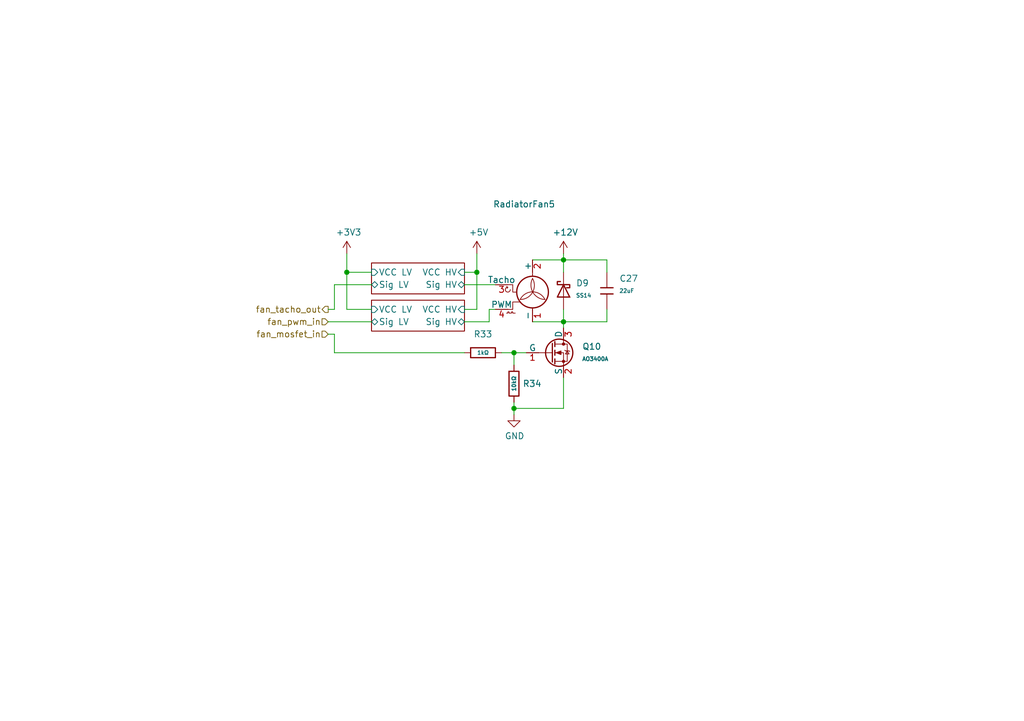
<source format=kicad_sch>
(kicad_sch (version 20250114) (generator "eeschema") (generator_version "9.0")
  (paper "A5")
  (title_block (company "Laserhannes / Johannes Rebling / r0oland"))
  (lib_symbols
    (symbol "PCM_JLCPCB-Capacitors:1206,22uF,(2)" (pin_numbers (hide yes)) (pin_names (offset 0))
      (property "Reference" "C" (at 2.032 1.668 0))
      (property "Value" "22uF" (at 2.032 -0.3782 0))
      (property "Voltage Rated" "25V" (at 2.032 -2.0462 0))
      (symbol "1206,22uF,(2)_0_1"
        (polyline (pts (xy -1.27 0.635) (xy 1.27 0.635)) (stroke (width 0.254)))
        (polyline (pts (xy -1.27 -0.635) (xy 1.27 -0.635)) (stroke (width 0.254)))
      )
      (symbol "1206,22uF,(2)_1_1"
        (pin passive line (at 0 3.81 270) (length 3.175) (name "~") (number "1"))
        (pin passive line (at 0 -3.81 90) (length 3.175) (name "~") (number "2"))
      )
    )
    (symbol "PCM_JLCPCB-Diodes:Schottky,SS14" (pin_numbers (hide yes)) (pin_names (offset 0))
      (property "Reference" "D" (at 2.032 0.834 0))
      (property "Value" "SS14" (at 2.032 -1.2122 0))
      (symbol "Schottky,SS14_0_1"
        (polyline (pts (xy -1.27 1.27) (xy 0 -1.27) (xy 1.27 1.27) (xy -1.27 1.27)) (stroke (width 0.254)))
        (polyline (pts (xy 0.635 -1.905) (xy 1.27 -1.905) (xy 1.27 -1.27) (xy -1.27 -1.27) (xy -1.27 -0.635) (xy -0.635 -0.635)) (stroke (width 0.254)))
      )
      (symbol "Schottky,SS14_1_1"
        (pin passive line (at 0 3.81 270) (length 3.81) (name "~") (number "2"))
        (pin passive line (at 0 -3.81 90) (length 3.81) (name "~") (number "1"))
      )
    )
    (symbol "PCM_JLCPCB-Resistors:0402,10kΩ" (pin_numbers (hide yes)) (pin_names (offset 0))
      (property "Reference" "R" (at 1.778 0 0))
      (property "Value" "10kΩ" (at 0 0 90))
      (symbol "0402,10kΩ_0_1"
        (rectangle (start -1.016 2.54) (end 1.016 -2.54) (stroke (width 0.254)))
      )
      (symbol "0402,10kΩ_1_1"
        (pin passive line (at 0 3.81 270) (length 1.27) (name "~") (number "1"))
        (pin passive line (at 0 -3.81 90) (length 1.27) (name "~") (number "2"))
      )
    )
    (symbol "PCM_JLCPCB-Resistors:0402,1kΩ" (pin_numbers (hide yes)) (pin_names (offset 0))
      (property "Reference" "R" (at 1.778 0 0))
      (property "Value" "1kΩ" (at 0 0 90))
      (symbol "0402,1kΩ_0_1"
        (rectangle (start -1.016 2.54) (end 1.016 -2.54) (stroke (width 0.254)))
      )
      (symbol "0402,1kΩ_1_1"
        (pin passive line (at 0 3.81 270) (length 1.27) (name "~") (number "1"))
        (pin passive line (at 0 -3.81 90) (length 1.27) (name "~") (number "2"))
      )
    )
    (symbol "PCM_JLCPCB-Transistors:NMOS,AO3400A" (pin_names (offset 0))
      (property "Reference" "Q" (at 4.8514 0.834 0))
      (property "Value" "AO3400A" (at 4.8514 -1.2122 0))
      (symbol "NMOS,AO3400A_0_1"
        (polyline (pts (xy 0.254 1.905) (xy 0.254 -1.905)) (stroke (width 0.254)))
        (polyline (pts (xy 0.254 0) (xy -2.54 0)))
        (polyline (pts (xy 0.762 2.286) (xy 0.762 1.27)) (stroke (width 0.254)))
        (polyline (pts (xy 0.762 0.508) (xy 0.762 -0.508)) (stroke (width 0.254)))
        (polyline (pts (xy 0.762 -1.27) (xy 0.762 -2.286)) (stroke (width 0.254)))
        (polyline (pts (xy 0.762 -1.778) (xy 3.302 -1.778) (xy 3.302 1.778) (xy 0.762 1.778)))
        (polyline (pts (xy 1.016 0) (xy 2.032 0.381) (xy 2.032 -0.381) (xy 1.016 0)) (fill (type outline)))
        (circle (center 1.651 0) (radius 2.794) (stroke (width 0.254)))
        (polyline (pts (xy 2.54 2.54) (xy 2.54 1.778)))
        (circle (center 2.54 1.778) (radius 0.254) (fill (type outline)))
        (circle (center 2.54 -1.778) (radius 0.254) (fill (type outline)))
        (polyline (pts (xy 2.54 -2.54) (xy 2.54 0) (xy 0.762 0)))
        (polyline (pts (xy 2.794 0.508) (xy 2.921 0.381) (xy 3.683 0.381) (xy 3.81 0.254)))
        (polyline (pts (xy 3.302 0.381) (xy 2.921 -0.254) (xy 3.683 -0.254) (xy 3.302 0.381)))
      )
      (symbol "NMOS,AO3400A_1_1"
        (pin input line (at -5.08 0 0) (length 2.54) (name "G") (number "1"))
        (pin passive line (at 2.54 5.08 270) (length 2.54) (name "D") (number "3"))
        (pin passive line (at 2.54 -5.08 90) (length 2.54) (name "S") (number "2"))
      )
    )
    (symbol "coroam_brains-rescue:+12V-power" (power) (pin_names (offset 0))
      (property "Value" "+12V-power" (at 0 3.556 0))
      (symbol "+12V-power_0_1"
        (polyline (pts (xy -0.762 1.27) (xy 0 2.54)))
        (polyline (pts (xy 0 2.54) (xy 0.762 1.27)))
        (polyline (pts (xy 0 0) (xy 0 2.54)))
      )
      (symbol "+12V-power_1_1"
        (pin power_in line (at 0 0 90) (length 0) (hide yes) (name "+12V") (number "1"))
      )
    )
    (symbol "coroam_brains-rescue:+3.3V-power" (power) (pin_names (offset 0))
      (property "Value" "+3.3V-power" (at 0 3.556 0))
      (symbol "+3.3V-power_0_1"
        (polyline (pts (xy -0.762 1.27) (xy 0 2.54)))
        (polyline (pts (xy 0 2.54) (xy 0.762 1.27)))
        (polyline (pts (xy 0 0) (xy 0 2.54)))
      )
      (symbol "+3.3V-power_1_1"
        (pin power_in line (at 0 0 90) (length 0) (hide yes) (name "+3V3") (number "1"))
      )
    )
    (symbol "coroam_brains-rescue:+5V-power" (power) (pin_names (offset 0))
      (property "Value" "+5V-power" (at 0 3.556 0))
      (symbol "+5V-power_0_1"
        (polyline (pts (xy -0.762 1.27) (xy 0 2.54)))
        (polyline (pts (xy 0 2.54) (xy 0.762 1.27)))
        (polyline (pts (xy 0 0) (xy 0 2.54)))
      )
      (symbol "+5V-power_1_1"
        (pin power_in line (at 0 0 90) (length 0) (hide yes) (name "+5V") (number "1"))
      )
    )
    (symbol "coroam_brains-rescue:Fan_4pin-Motor" (pin_names (offset 0))
      (property "Reference" "M" (at 2.54 5.08 0))
      (property "Value" "Fan_4pin-Motor" (at 2.54 -2.54 0))
      (symbol "Fan_4pin-Motor_0_0"
        (polyline (pts (xy -5.08 2.032) (xy -5.334 2.159)))
        (polyline (pts (xy -5.08 2.032) (xy -5.207 1.778)))
        (arc (start -5.588 1.524) (mid -5.4392 1.8832) (end -5.08 2.032))
        (arc (start -4.572 1.524) (mid -5.08 1.016) (end -5.588 1.524))
        (polyline (pts (xy -4.064 2.54) (xy -4.064 1.016) (xy -3.302 1.016)))
      )
      (symbol "Fan_4pin-Motor_0_1"
        (polyline (pts (xy -5.334 -3.302) (xy -5.08 -3.302) (xy -5.08 -3.048) (xy -4.826 -3.048) (xy -4.826 -3.302) (xy -4.318 -3.302) (xy -4.318 -3.048) (xy -4.064 -3.048) (xy -4.064 -3.302) (xy -3.556 -3.302)))
        (polyline (pts (xy -4.064 2.54) (xy -5.08 2.54)))
        (polyline (pts (xy -2.54 -1.016) (xy -4.064 -1.016) (xy -4.064 -2.54) (xy -5.08 -2.54)))
        (arc (start 0 3.81) (mid -0.0223 0.9269) (end -2.54 -0.508))
        (polyline (pts (xy 0 4.572) (xy 0 5.08)))
        (polyline (pts (xy 0 4.2672) (xy 0 4.6228)))
        (circle (center 0 1.016) (radius 3.2512) (stroke (width 0.254)))
        (arc (start -2.54 -0.508) (mid 0 1.0618) (end 2.54 -0.508))
        (polyline (pts (xy 0 -2.2352) (xy 0 -2.6416)))
        (polyline (pts (xy 0 -5.08) (xy 0 -4.572)))
        (arc (start 2.54 -0.508) (mid 0.0908 0.9431) (end 0 3.81))
      )
      (symbol "Fan_4pin-Motor_1_1"
        (pin passive line (at -7.62 2.54 0) (length 2.54) (name "Tacho") (number "3"))
        (pin input line (at -7.62 -2.54 0) (length 2.54) (name "PWM") (number "4"))
        (pin passive line (at 0 7.62 270) (length 2.54) (name "+") (number "2"))
        (pin passive line (at 0 -5.08 90) (length 2.54) (name "-") (number "1"))
      )
    )
    (symbol "coroam_brains-rescue:GND-power" (power) (pin_names (offset 0))
      (property "Value" "GND-power" (at 0 -3.81 0))
      (symbol "GND-power_0_1"
        (polyline (pts (xy 0 0) (xy 0 -1.27) (xy 1.27 -1.27) (xy 0 -2.54) (xy -1.27 -1.27) (xy 0 -1.27)))
      )
      (symbol "GND-power_1_1"
        (pin power_in line (at 0 0 270) (length 0) (hide yes) (name "GND") (number "1"))
      )
    )
  )
  (junction (at 115.57 53.34))
  (junction (at 105.41 72.39))
  (junction (at 97.79 55.88))
  (junction (at 71.12 55.88))
  (junction (at 105.41 83.82))
  (junction (at 115.57 66.04))
  (wire (pts (xy 115.57 53.34) (xy 124.46 53.34)))
  (wire (pts (xy 124.46 53.34) (xy 124.46 55.88)))
  (wire (pts (xy 67.31 68.58) (xy 68.58 68.58)))
  (wire (pts (xy 105.41 82.55) (xy 105.41 83.82)))
  (wire (pts (xy 109.22 53.34) (xy 115.57 53.34)))
  (wire (pts (xy 124.46 63.5) (xy 124.46 66.04)))
  (wire (pts (xy 71.12 63.5) (xy 71.12 55.88)))
  (wire (pts (xy 100.33 66.04) (xy 95.25 66.04)))
  (wire (pts (xy 97.79 55.88) (xy 97.79 63.5)))
  (wire (pts (xy 102.87 72.39) (xy 105.41 72.39)))
  (wire (pts (xy 97.79 52.07) (xy 97.79 55.88)))
  (wire (pts (xy 76.2 63.5) (xy 71.12 63.5)))
  (wire (pts (xy 97.79 63.5) (xy 95.25 63.5)))
  (wire (pts (xy 100.33 63.5) (xy 100.33 66.04)))
  (wire (pts (xy 115.57 52.07) (xy 115.57 53.34)))
  (wire (pts (xy 105.41 72.39) (xy 105.41 74.93)))
  (wire (pts (xy 105.41 83.82) (xy 105.41 85.09)))
  (wire (pts (xy 95.25 58.42) (xy 101.6 58.42)))
  (wire (pts (xy 115.57 83.82) (xy 105.41 83.82)))
  (wire (pts (xy 107.95 72.39) (xy 105.41 72.39)))
  (wire (pts (xy 124.46 66.04) (xy 115.57 66.04)))
  (wire (pts (xy 115.57 66.04) (xy 115.57 67.31)))
  (wire (pts (xy 115.57 77.47) (xy 115.57 83.82)))
  (wire (pts (xy 68.58 72.39) (xy 95.25 72.39)))
  (wire (pts (xy 68.58 68.58) (xy 68.58 72.39)))
  (wire (pts (xy 67.31 66.04) (xy 76.2 66.04)))
  (wire (pts (xy 68.58 63.5) (xy 68.58 58.42)))
  (wire (pts (xy 109.22 66.04) (xy 115.57 66.04)))
  (wire (pts (xy 71.12 52.07) (xy 71.12 55.88)))
  (wire (pts (xy 97.79 55.88) (xy 95.25 55.88)))
  (wire (pts (xy 67.31 63.5) (xy 68.58 63.5)))
  (wire (pts (xy 71.12 55.88) (xy 76.2 55.88)))
  (wire (pts (xy 115.57 66.04) (xy 115.57 63.5)))
  (wire (pts (xy 101.6 63.5) (xy 100.33 63.5)))
  (wire (pts (xy 68.58 58.42) (xy 76.2 58.42)))
  (wire (pts (xy 115.57 53.34) (xy 115.57 55.88)))
  (hierarchical_label "fan_mosfet_in" (shape input) (at 67.31 68.58 180))
  (hierarchical_label "fan_tacho_out" (shape output) (at 67.31 63.5 180))
  (hierarchical_label "fan_pwm_in" (shape input) (at 67.31 66.04 180))
  (symbol (lib_id "PCM_JLCPCB-Capacitors:1206,22uF,(2)") (at 124.46 59.69 0) (unit 1)
    (property "Reference" "C24" (at 127 57.1499 0) (effects (justify left)))
    (property "Value" "22uF" (at 127 59.69 0) (effects (font (size 0.8 0.8)) (justify left)))
    (property "Footprint" "PCM_JLCPCB:C_1206" (effects (hide yes)))
    (property "Datasheet" "https://www.lcsc.com/datasheet/lcsc_datasheet_2304140030_Samsung-Electro-Mechanics-CL31A226KAHNNNE_C12891.pdf" (effects (hide yes)))
    (property "Description" "25V 22uF X5R ±10% 1206 Multilayer Ceramic Capacitors MLCC - SMD/SMT ROHS" (effects (hide yes)))
    (property "LCSC" "C12891" (effects (hide yes)))
    (property "Stock" "2183567" (effects (hide yes)))
    (property "Price" "0.046USD" (effects (hide yes)))
    (property "Process" "SMT" (effects (hide yes)))
    (property "Minimum Qty" "5" (effects (hide yes)))
    (property "Attrition Qty" "4" (effects (hide yes)))
    (property "Class" "Basic Component" (effects (hide yes)))
    (property "Category" "Capacitors,Multilayer Ceramic Capacitors MLCC - SMD/SMT" (effects (hide yes)))
    (property "Manufacturer" "Samsung Electro-Mechanics" (effects (hide yes)))
    (property "Part" "CL31A226KAHNNNE" (effects (hide yes)))
    (property "Voltage Rated" "25V" (effects (hide yes)))
    (property "Tolerance" "±10%" (effects (hide yes)))
    (property "Capacitance" "22uF" (effects (hide yes)))
    (property "Temperature Coefficient" "X5R" (effects (hide yes)))
    (instances (project "" (path "" (reference "C27") (unit 1)) (path "" (reference "C26") (unit 1)) (path "" (reference "C25") (unit 1)) (path "" (reference "C24") (unit 1))))
  )
  (symbol (lib_id "coroam_brains-rescue:+5V-power") (at 97.79 52.07 0) (unit 1)
    (property "Reference" "#PWR017" (effects (hide yes)))
    (property "Value" "+5V" (at 98.171 47.6758 0))
    (instances (project "onlyfins" (path "" (reference "#PWR039") (unit 1)) (path "" (reference "#PWR035") (unit 1)) (path "" (reference "#PWR022") (unit 1)) (path "" (reference "#PWR017") (unit 1))))
  )
  (symbol (lib_id "PCM_JLCPCB-Resistors:0402,10kΩ") (at 105.41 78.74 0) (unit 1)
    (property "Reference" "R17" (at 107.188 78.74 0) (effects (justify left)))
    (property "Value" "10kΩ" (at 105.41 78.74 90) (effects (font (size 0.8 0.8))))
    (property "Footprint" "PCM_JLCPCB:R_0402" (effects (hide yes)))
    (property "Datasheet" "https://www.lcsc.com/datasheet/lcsc_datasheet_2411221126_UNI-ROYAL-Uniroyal-Elec-0402WGF1002TCE_C25744.pdf" (effects (hide yes)))
    (property "Description" "62.5mW Thick Film Resistors 50V ±100ppm/°C ±1% 10kΩ 0402 Chip Resistor - Surface Mount ROHS" (effects (hide yes)))
    (property "LCSC" "C25744" (effects (hide yes)))
    (property "Stock" "24372091" (effects (hide yes)))
    (property "Price" "0.004USD" (effects (hide yes)))
    (property "Process" "SMT" (effects (hide yes)))
    (property "Minimum Qty" "20" (effects (hide yes)))
    (property "Attrition Qty" "10" (effects (hide yes)))
    (property "Class" "Basic Component" (effects (hide yes)))
    (property "Category" "Resistors,Chip Resistor - Surface Mount" (effects (hide yes)))
    (property "Manufacturer" "UNI-ROYAL(Uniroyal Elec)" (effects (hide yes)))
    (property "Part" "0402WGF1002TCE" (effects (hide yes)))
    (property "Resistance" "10kΩ" (effects (hide yes)))
    (property "Power(Watts)" "62.5mW" (effects (hide yes)))
    (property "Type" "Thick Film Resistors" (effects (hide yes)))
    (property "Overload Voltage (Max)" "50V" (effects (hide yes)))
    (property "Operating Temperature Range" "-55°C~+155°C" (effects (hide yes)))
    (property "Tolerance" "±1%" (effects (hide yes)))
    (property "Temperature Coefficient" "±100ppm/°C" (effects (hide yes)))
    (instances (project "onlyfins" (path "" (reference "R34") (unit 1)) (path "" (reference "R28") (unit 1)) (path "" (reference "R22") (unit 1)) (path "" (reference "R17") (unit 1))))
  )
  (symbol (lib_id "PCM_JLCPCB-Resistors:0402,1kΩ") (at 99.06 72.39 90) (unit 1)
    (property "Reference" "R18" (at 99.06 68.58 90))
    (property "Value" "1kΩ" (at 99.06 72.39 90) (effects (font (size 0.8 0.8))))
    (property "Footprint" "PCM_JLCPCB:R_0402" (effects (hide yes)))
    (property "Datasheet" "https://www.lcsc.com/datasheet/lcsc_datasheet_2206010216_UNI-ROYAL-Uniroyal-Elec-0402WGF1001TCE_C11702.pdf" (effects (hide yes)))
    (property "Description" "62.5mW Thick Film Resistors 50V ±100ppm/°C ±1% 1kΩ 0402 Chip Resistor - Surface Mount ROHS" (effects (hide yes)))
    (property "LCSC" "C11702" (effects (hide yes)))
    (property "Stock" "13226393" (effects (hide yes)))
    (property "Price" "0.004USD" (effects (hide yes)))
    (property "Process" "SMT" (effects (hide yes)))
    (property "Minimum Qty" "20" (effects (hide yes)))
    (property "Attrition Qty" "10" (effects (hide yes)))
    (property "Class" "Basic Component" (effects (hide yes)))
    (property "Category" "Resistors,Chip Resistor - Surface Mount" (effects (hide yes)))
    (property "Manufacturer" "UNI-ROYAL(Uniroyal Elec)" (effects (hide yes)))
    (property "Part" "0402WGF1001TCE" (effects (hide yes)))
    (property "Resistance" "1kΩ" (effects (hide yes)))
    (property "Power(Watts)" "62.5mW" (effects (hide yes)))
    (property "Type" "Thick Film Resistors" (effects (hide yes)))
    (property "Overload Voltage (Max)" "50V" (effects (hide yes)))
    (property "Operating Temperature Range" "-55°C~+155°C" (effects (hide yes)))
    (property "Tolerance" "±1%" (effects (hide yes)))
    (property "Temperature Coefficient" "±100ppm/°C" (effects (hide yes)))
    (instances (project "onlyfins" (path "" (reference "R33") (unit 1)) (path "" (reference "R27") (unit 1)) (path "" (reference "R21") (unit 1)) (path "" (reference "R18") (unit 1))))
  )
  (symbol (lib_id "coroam_brains-rescue:+12V-power") (at 115.57 52.07 0) (unit 1)
    (property "Reference" "#PWR019" (effects (hide yes)))
    (property "Value" "+12V" (at 115.951 47.6758 0))
    (instances (project "onlyfins" (path "" (reference "#PWR041") (unit 1)) (path "" (reference "#PWR037") (unit 1)) (path "" (reference "#PWR030") (unit 1)) (path "" (reference "#PWR019") (unit 1))))
  )
  (symbol (lib_id "coroam_brains-rescue:Fan_4pin-Motor") (at 109.22 60.96 0) (unit 1)
    (property "Reference" "RadiatorFan2" (at 101.092 41.91 0) (effects (justify left)))
    (property "Value" "Fan_4pin" (effects (hide yes)))
    (property "Footprint" "Connector:FanPinHeader_1x04_P2.54mm_Vertical" (effects (hide yes)))
    (property "Datasheet" "http://www.formfactors.org/developer%5Cspecs%5Crev1_2_public.pdf" (effects (hide yes)))
    (instances (project "onlyfins" (path "" (reference "RadiatorFan5") (unit 1)) (path "" (reference "RadiatorFan4") (unit 1)) (path "" (reference "RadiatorFan3") (unit 1)) (path "" (reference "RadiatorFan2") (unit 1))))
  )
  (symbol (lib_id "coroam_brains-rescue:GND-power") (at 105.41 85.09 0) (unit 1)
    (property "Reference" "#PWR020" (effects (hide yes)))
    (property "Value" "GND" (at 105.537 89.4842 0))
    (instances (project "onlyfins" (path "" (reference "#PWR040") (unit 1)) (path "" (reference "#PWR036") (unit 1)) (path "" (reference "#PWR029") (unit 1)) (path "" (reference "#PWR020") (unit 1))))
  )
  (symbol (lib_id "PCM_JLCPCB-Transistors:NMOS,AO3400A") (at 113.03 72.39 0) (unit 1)
    (property "Reference" "Q2" (at 119.38 71.1199 0) (effects (justify left)))
    (property "Value" "AO3400A" (at 119.38 73.66 0) (effects (font (size 0.8 0.8)) (justify left)))
    (property "Footprint" "PCM_JLCPCB:Q_SOT-23" (effects (hide yes)))
    (property "Datasheet" "https://www.lcsc.com/datasheet/lcsc_datasheet_1811081213_Alpha---Omega-Semicon-AO3400A_C20917.pdf" (effects (hide yes)))
    (property "Description" "30V 5.7A 26.5mΩ@10V,5.7A 1.4W 1.5V@250uA 1 N-Channel SOT-23-3L MOSFETs ROHS" (effects (hide yes)))
    (property "LCSC" "C20917" (effects (hide yes)))
    (property "Stock" "463122" (effects (hide yes)))
    (property "Price" "0.074USD" (effects (hide yes)))
    (property "Process" "SMT" (effects (hide yes)))
    (property "Minimum Qty" "5" (effects (hide yes)))
    (property "Attrition Qty" "4" (effects (hide yes)))
    (property "Class" "Basic Component" (effects (hide yes)))
    (property "Category" "Transistors,MOSFETs" (effects (hide yes)))
    (property "Manufacturer" "Alpha & Omega Semicon" (effects (hide yes)))
    (property "Part" "AO3400A" (effects (hide yes)))
    (property "Continuous Drain Current (Id)" "5.7A" (effects (hide yes)))
    (property "Input Capacitance (Ciss@Vds)" "630pF@15V" (effects (hide yes)))
    (property "Operating Temperature" "-55°C~+150°C@(Tj)" (effects (hide yes)))
    (property "Type" "1 N-channel" (effects (hide yes)))
    (property "Drain Source Voltage (Vdss)" "30V" (effects (hide yes)))
    (property "Power Dissipation (Pd)" "1.4W" (effects (hide yes)))
    (property "Gate Threshold Voltage (Vgs(th)@Id)" "1.5V@250uA" (effects (hide yes)))
    (property "Drain Source On Resistance (RDS(on)@Vgs,Id)" "26.5mΩ@10V,5.7A" (effects (hide yes)))
    (property "Total Gate Charge (Qg@Vgs)" "7nC@4.5V" (effects (hide yes)))
    (instances (project "onlyfins" (path "" (reference "Q10") (unit 1)) (path "" (reference "Q7") (unit 1)) (path "" (reference "Q4") (unit 1)) (path "" (reference "Q2") (unit 1))))
  )
  (symbol (lib_id "coroam_brains-rescue:+3.3V-power") (at 71.12 52.07 0) (unit 1)
    (property "Reference" "#PWR015" (effects (hide yes)))
    (property "Value" "+3V3" (at 71.501 47.6758 0))
    (instances (project "onlyfins" (path "" (reference "#PWR038") (unit 1)) (path "" (reference "#PWR034") (unit 1)) (path "" (reference "#PWR021") (unit 1)) (path "" (reference "#PWR015") (unit 1))))
  )
  (symbol (lib_id "PCM_JLCPCB-Diodes:Schottky,SS14") (at 115.57 59.69 180) (unit 1)
    (property "Reference" "D6" (at 118.11 58.1024 0) (effects (justify right)))
    (property "Value" "SS14" (at 118.11 60.6425 0) (effects (font (size 0.8 0.8)) (justify right)))
    (property "Footprint" "PCM_JLCPCB:D_SMA" (effects (hide yes)))
    (property "Datasheet" "https://www.lcsc.com/datasheet/lcsc_datasheet_2407101109_MDD-Microdiode-Semiconductor-SS14_C2480.pdf" (effects (hide yes)))
    (property "Description" "40V Independent Type 1A 550mV@1A SMA(DO-214AC) Schottky Diodes ROHS" (effects (hide yes)))
    (property "LCSC" "C2480" (effects (hide yes)))
    (property "Stock" "1115112" (effects (hide yes)))
    (property "Price" "0.018USD" (effects (hide yes)))
    (property "Process" "SMT" (effects (hide yes)))
    (property "Minimum Qty" "5" (effects (hide yes)))
    (property "Attrition Qty" "10" (effects (hide yes)))
    (property "Class" "Basic Component" (effects (hide yes)))
    (property "Category" "Diodes,Schottky Barrier Diodes (SBD)" (effects (hide yes)))
    (property "Manufacturer" "MDD（Microdiode Electronics）" (effects (hide yes)))
    (property "Part" "SS14" (effects (hide yes)))
    (property "Rectified Current" "1A" (effects (hide yes)))
    (property "Forward Voltage (Vf@If)" "550mV@1A" (effects (hide yes)))
    (property "Reverse Voltage (Vr)" "40V" (effects (hide yes)))
    (property "Diode Configuration" "Independent Type" (effects (hide yes)))
    (property "Reverse Leakage Current (Ir)" "300uA@40V" (effects (hide yes)))
    (instances (project "onlyfins" (path "" (reference "D9") (unit 1)) (path "" (reference "D8") (unit 1)) (path "" (reference "D7") (unit 1)) (path "" (reference "D6") (unit 1))))
  )
  (sheet (at 76.2 53.975) (size 19.05 6.35) (stroke (width 0.1524))
    (property "Sheetname" "level_shifter" (effects (hide yes)))
    (property "Sheetfile" "level_shifter.kicad_sch" (effects (hide yes)))
    (pin "Sig LV" bidirectional (at 76.2 58.42 180))
    (pin "VCC HV" input (at 95.25 55.88 0))
    (pin "VCC LV" input (at 76.2 55.88 180))
    (pin "Sig HV" bidirectional (at 95.25 58.42 0))
  )
  (sheet (at 76.2 61.595) (size 19.05 6.35) (stroke (width 0.1524))
    (property "Sheetname" "level_shifter1" (effects (hide yes)))
    (property "Sheetfile" "level_shifter.kicad_sch" (effects (hide yes)))
    (pin "Sig LV" bidirectional (at 76.2 66.04 180))
    (pin "VCC HV" input (at 95.25 63.5 0))
    (pin "VCC LV" input (at 76.2 63.5 180))
    (pin "Sig HV" bidirectional (at 95.25 66.04 0))
  )
)
</source>
